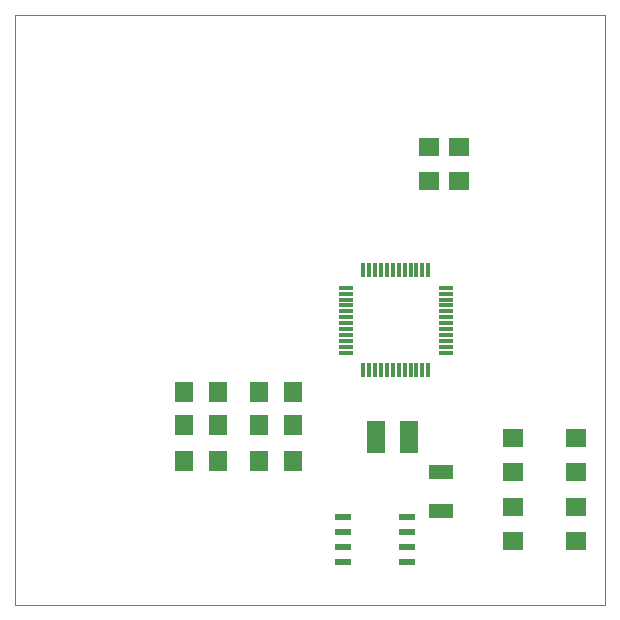
<source format=gbp>
G75*
%MOIN*%
%OFA0B0*%
%FSLAX25Y25*%
%IPPOS*%
%LPD*%
%AMOC8*
5,1,8,0,0,1.08239X$1,22.5*
%
%ADD10C,0.00000*%
%ADD11R,0.06299X0.10630*%
%ADD12R,0.04724X0.01181*%
%ADD13R,0.01181X0.04724*%
%ADD14R,0.05512X0.02362*%
%ADD15R,0.08000X0.05000*%
%ADD16R,0.07098X0.06299*%
%ADD17R,0.06299X0.07098*%
D10*
X0002100Y0001100D02*
X0002100Y0197950D01*
X0198950Y0197950D01*
X0198950Y0001100D01*
X0002100Y0001100D01*
D11*
X0122588Y0057100D03*
X0133612Y0057100D03*
D12*
X0145832Y0085273D03*
X0145832Y0087242D03*
X0145832Y0089210D03*
X0145832Y0091179D03*
X0145832Y0093147D03*
X0145832Y0095116D03*
X0145832Y0097084D03*
X0145832Y0099053D03*
X0145832Y0101021D03*
X0145832Y0102990D03*
X0145832Y0104958D03*
X0145832Y0106927D03*
X0112368Y0106927D03*
X0112368Y0104958D03*
X0112368Y0102990D03*
X0112368Y0101021D03*
X0112368Y0099053D03*
X0112368Y0097084D03*
X0112368Y0095116D03*
X0112368Y0093147D03*
X0112368Y0091179D03*
X0112368Y0089210D03*
X0112368Y0087242D03*
X0112368Y0085273D03*
D13*
X0118273Y0079368D03*
X0120242Y0079368D03*
X0122210Y0079368D03*
X0124179Y0079368D03*
X0126147Y0079368D03*
X0128116Y0079368D03*
X0130084Y0079368D03*
X0132053Y0079368D03*
X0134021Y0079368D03*
X0135990Y0079368D03*
X0137958Y0079368D03*
X0139927Y0079368D03*
X0139927Y0112832D03*
X0137958Y0112832D03*
X0135990Y0112832D03*
X0134021Y0112832D03*
X0132053Y0112832D03*
X0130084Y0112832D03*
X0128116Y0112832D03*
X0126147Y0112832D03*
X0124179Y0112832D03*
X0122210Y0112832D03*
X0120242Y0112832D03*
X0118273Y0112832D03*
D14*
X0111470Y0030600D03*
X0111470Y0025600D03*
X0111470Y0020600D03*
X0111470Y0015600D03*
X0132730Y0015600D03*
X0132730Y0020600D03*
X0132730Y0025600D03*
X0132730Y0030600D03*
D15*
X0144100Y0032600D03*
X0144100Y0045600D03*
D16*
X0168100Y0045502D03*
X0168100Y0056698D03*
X0189100Y0056698D03*
X0189100Y0045502D03*
X0189100Y0033698D03*
X0189100Y0022502D03*
X0168100Y0022502D03*
X0168100Y0033698D03*
X0150100Y0142502D03*
X0140100Y0142502D03*
X0140100Y0153698D03*
X0150100Y0153698D03*
D17*
X0094698Y0072100D03*
X0083502Y0072100D03*
X0083502Y0061100D03*
X0094698Y0061100D03*
X0094698Y0049100D03*
X0083502Y0049100D03*
X0069698Y0049100D03*
X0058502Y0049100D03*
X0058502Y0061100D03*
X0069698Y0061100D03*
X0069698Y0072100D03*
X0058502Y0072100D03*
M02*

</source>
